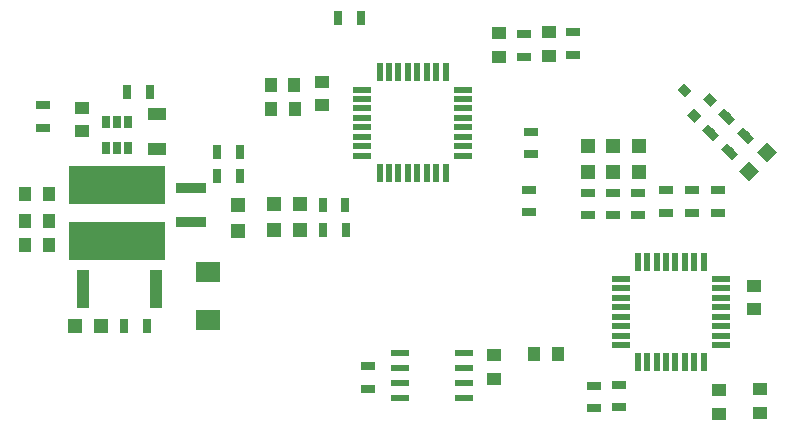
<source format=gtp>
G04 #@! TF.GenerationSoftware,KiCad,Pcbnew,5.0.2-bee76a0~70~ubuntu18.04.1*
G04 #@! TF.CreationDate,2019-02-11T21:35:21-05:00*
G04 #@! TF.ProjectId,dashboard_mk4_rev4,64617368-626f-4617-9264-5f6d6b345f72,6.0*
G04 #@! TF.SameCoordinates,Original*
G04 #@! TF.FileFunction,Paste,Top*
G04 #@! TF.FilePolarity,Positive*
%FSLAX46Y46*%
G04 Gerber Fmt 4.6, Leading zero omitted, Abs format (unit mm)*
G04 Created by KiCad (PCBNEW 5.0.2-bee76a0~70~ubuntu18.04.1) date Mon 11 Feb 2019 09:35:21 PM EST*
%MOMM*%
%LPD*%
G01*
G04 APERTURE LIST*
%ADD10R,1.550000X0.600000*%
%ADD11R,2.500000X0.900000*%
%ADD12R,8.200000X3.300000*%
%ADD13R,0.650000X1.060000*%
%ADD14R,1.600000X1.000000*%
%ADD15R,2.159000X1.778000*%
%ADD16R,1.000000X3.200000*%
%ADD17R,0.550000X1.600000*%
%ADD18R,1.600000X0.550000*%
%ADD19R,1.250000X1.000000*%
%ADD20R,1.000000X1.250000*%
%ADD21R,1.200000X1.200000*%
%ADD22R,0.700000X1.300000*%
%ADD23R,1.300000X0.700000*%
%ADD24C,1.200000*%
%ADD25C,0.100000*%
%ADD26C,0.800000*%
%ADD27C,0.700000*%
G04 APERTURE END LIST*
D10*
G04 #@! TO.C,U4*
X63182516Y-62727054D03*
X63182516Y-61457054D03*
X63182516Y-60187054D03*
X63182516Y-58917054D03*
X68582516Y-58917054D03*
X68582516Y-60187054D03*
X68582516Y-61457054D03*
X68582516Y-62727054D03*
G04 #@! TD*
D11*
G04 #@! TO.C,F1*
X45498594Y-44925499D03*
X45498594Y-47825499D03*
G04 #@! TD*
D12*
G04 #@! TO.C,L1*
X39192596Y-49429500D03*
X39192596Y-44729500D03*
G04 #@! TD*
D13*
G04 #@! TO.C,U2*
X39217996Y-39375499D03*
X38267996Y-39375499D03*
X40167996Y-39375499D03*
X40167996Y-41575499D03*
X39217996Y-41575499D03*
X38267996Y-41575499D03*
G04 #@! TD*
D14*
G04 #@! TO.C,C3*
X42558099Y-38658001D03*
X42558099Y-41658001D03*
G04 #@! TD*
D15*
G04 #@! TO.C,D7*
X46876094Y-52096000D03*
X46876094Y-56160000D03*
G04 #@! TD*
D16*
G04 #@! TO.C,R9*
X36283097Y-53492996D03*
X42483097Y-53492996D03*
G04 #@! TD*
D17*
G04 #@! TO.C,U1*
X83280587Y-51202853D03*
X84080587Y-51202853D03*
X84880587Y-51202853D03*
X85680587Y-51202853D03*
X86480587Y-51202853D03*
X87280587Y-51202853D03*
X88080587Y-51202853D03*
X88880587Y-51202853D03*
D18*
X90330587Y-52652853D03*
X90330587Y-53452853D03*
X90330587Y-54252853D03*
X90330587Y-55052853D03*
X90330587Y-55852853D03*
X90330587Y-56652853D03*
X90330587Y-57452853D03*
X90330587Y-58252853D03*
D17*
X88880587Y-59702853D03*
X88080587Y-59702853D03*
X87280587Y-59702853D03*
X86480587Y-59702853D03*
X85680587Y-59702853D03*
X84880587Y-59702853D03*
X84080587Y-59702853D03*
X83280587Y-59702853D03*
D18*
X81830587Y-58252853D03*
X81830587Y-57452853D03*
X81830587Y-56652853D03*
X81830587Y-55852853D03*
X81830587Y-55052853D03*
X81830587Y-54252853D03*
X81830587Y-53452853D03*
X81830587Y-52652853D03*
G04 #@! TD*
D17*
G04 #@! TO.C,U3*
X61423449Y-35167941D03*
X62223449Y-35167941D03*
X63023449Y-35167941D03*
X63823449Y-35167941D03*
X64623449Y-35167941D03*
X65423449Y-35167941D03*
X66223449Y-35167941D03*
X67023449Y-35167941D03*
D18*
X68473449Y-36617941D03*
X68473449Y-37417941D03*
X68473449Y-38217941D03*
X68473449Y-39017941D03*
X68473449Y-39817941D03*
X68473449Y-40617941D03*
X68473449Y-41417941D03*
X68473449Y-42217941D03*
D17*
X67023449Y-43667941D03*
X66223449Y-43667941D03*
X65423449Y-43667941D03*
X64623449Y-43667941D03*
X63823449Y-43667941D03*
X63023449Y-43667941D03*
X62223449Y-43667941D03*
X61423449Y-43667941D03*
D18*
X59973449Y-42217941D03*
X59973449Y-41417941D03*
X59973449Y-40617941D03*
X59973449Y-39817941D03*
X59973449Y-39017941D03*
X59973449Y-38217941D03*
X59973449Y-37417941D03*
X59973449Y-36617941D03*
G04 #@! TD*
D19*
G04 #@! TO.C,C5*
X36208101Y-38141998D03*
X36208101Y-40141998D03*
G04 #@! TD*
D20*
G04 #@! TO.C,C11*
X33398096Y-47777998D03*
X31398096Y-47777998D03*
G04 #@! TD*
G04 #@! TO.C,C12*
X33398098Y-45491998D03*
X31398098Y-45491998D03*
G04 #@! TD*
D21*
G04 #@! TO.C,D2*
X37816098Y-56667999D03*
X35616098Y-56667999D03*
G04 #@! TD*
D22*
G04 #@! TO.C,R2*
X47704098Y-43968002D03*
X49604098Y-43968002D03*
G04 #@! TD*
G04 #@! TO.C,R3*
X47704096Y-41935997D03*
X49604096Y-41935997D03*
G04 #@! TD*
G04 #@! TO.C,R12*
X41730096Y-56668001D03*
X39830096Y-56668001D03*
G04 #@! TD*
D20*
G04 #@! TO.C,C7*
X33398099Y-49810000D03*
X31398099Y-49810000D03*
G04 #@! TD*
D21*
G04 #@! TO.C,D1*
X49416095Y-46423996D03*
X49416095Y-48623996D03*
G04 #@! TD*
D22*
G04 #@! TO.C,R4*
X40084095Y-36856001D03*
X41984095Y-36856001D03*
G04 #@! TD*
D23*
G04 #@! TO.C,R5*
X32906094Y-37938001D03*
X32906094Y-39838001D03*
G04 #@! TD*
D20*
G04 #@! TO.C,C1*
X76516290Y-59049601D03*
X74516290Y-59049601D03*
G04 #@! TD*
D19*
G04 #@! TO.C,C2*
X93091000Y-53229000D03*
X93091000Y-55229000D03*
G04 #@! TD*
G04 #@! TO.C,C4*
X56515000Y-35957000D03*
X56515000Y-37957000D03*
G04 #@! TD*
G04 #@! TO.C,C6*
X71558506Y-31872235D03*
X71558506Y-33872235D03*
G04 #@! TD*
G04 #@! TO.C,C8*
X75742134Y-33780441D03*
X75742134Y-31780441D03*
G04 #@! TD*
D20*
G04 #@! TO.C,C9*
X52241560Y-38292618D03*
X54241560Y-38292618D03*
G04 #@! TD*
G04 #@! TO.C,C10*
X52213000Y-36195000D03*
X54213000Y-36195000D03*
G04 #@! TD*
D19*
G04 #@! TO.C,C13*
X90145154Y-64079336D03*
X90145154Y-62079336D03*
G04 #@! TD*
G04 #@! TO.C,C14*
X93599000Y-61992000D03*
X93599000Y-63992000D03*
G04 #@! TD*
G04 #@! TO.C,C15*
X71079359Y-61110855D03*
X71079359Y-59110855D03*
G04 #@! TD*
D21*
G04 #@! TO.C,PB1*
X52452078Y-46307081D03*
X54652076Y-46307081D03*
G04 #@! TD*
G04 #@! TO.C,PB0*
X54652078Y-48476713D03*
X52452080Y-48476713D03*
G04 #@! TD*
G04 #@! TO.C,PB5*
X83395121Y-41418848D03*
X83395121Y-43618846D03*
G04 #@! TD*
G04 #@! TO.C,PB6*
X81189571Y-43579331D03*
X81189571Y-41379333D03*
G04 #@! TD*
G04 #@! TO.C,PB7*
X79100762Y-41381131D03*
X79100762Y-43581129D03*
G04 #@! TD*
D23*
G04 #@! TO.C,R1*
X79598713Y-63584576D03*
X79598713Y-61684578D03*
G04 #@! TD*
G04 #@! TO.C,R6*
X81689315Y-61641474D03*
X81689315Y-63541472D03*
G04 #@! TD*
G04 #@! TO.C,R7*
X74207791Y-42092038D03*
X74207791Y-40192038D03*
G04 #@! TD*
D22*
G04 #@! TO.C,R8*
X58537803Y-46384313D03*
X56637805Y-46384313D03*
G04 #@! TD*
D23*
G04 #@! TO.C,R10*
X90113286Y-47045033D03*
X90113286Y-45145035D03*
G04 #@! TD*
D22*
G04 #@! TO.C,R11*
X56648582Y-48492878D03*
X58548580Y-48492878D03*
G04 #@! TD*
D23*
G04 #@! TO.C,R13*
X87896959Y-47048623D03*
X87896959Y-45148625D03*
G04 #@! TD*
G04 #@! TO.C,R14*
X83339582Y-45366983D03*
X83339582Y-47266981D03*
G04 #@! TD*
G04 #@! TO.C,R15*
X81198434Y-47279219D03*
X81198434Y-45379221D03*
G04 #@! TD*
G04 #@! TO.C,R16*
X79090128Y-47256205D03*
X79090128Y-45356207D03*
G04 #@! TD*
G04 #@! TO.C,R17*
X73645516Y-33833010D03*
X73645516Y-31933012D03*
G04 #@! TD*
G04 #@! TO.C,R18*
X77815948Y-31771368D03*
X77815948Y-33671366D03*
G04 #@! TD*
G04 #@! TO.C,R19*
X85669855Y-45141443D03*
X85669855Y-47041441D03*
G04 #@! TD*
D22*
G04 #@! TO.C,R20*
X57949650Y-30550801D03*
X59849648Y-30550801D03*
G04 #@! TD*
D23*
G04 #@! TO.C,R21*
X74093891Y-47004959D03*
X74093891Y-45104961D03*
G04 #@! TD*
G04 #@! TO.C,R22*
X60439297Y-61967632D03*
X60439297Y-60067634D03*
G04 #@! TD*
D24*
G04 #@! TO.C,D9*
X92681419Y-43488109D03*
D25*
G36*
X92681419Y-44336637D02*
X91832891Y-43488109D01*
X92681419Y-42639581D01*
X93529947Y-43488109D01*
X92681419Y-44336637D01*
X92681419Y-44336637D01*
G37*
D24*
X94237053Y-41932475D03*
D25*
G36*
X94237053Y-42781003D02*
X93388525Y-41932475D01*
X94237053Y-41083947D01*
X95085581Y-41932475D01*
X94237053Y-42781003D01*
X94237053Y-42781003D01*
G37*
G04 #@! TD*
D26*
G04 #@! TO.C,Q1*
X88051991Y-38826155D03*
D25*
G36*
X88653032Y-38861510D02*
X88087346Y-39427196D01*
X87450950Y-38790800D01*
X88016636Y-38225114D01*
X88653032Y-38861510D01*
X88653032Y-38861510D01*
G37*
D26*
X89395494Y-37482652D03*
D25*
G36*
X89996535Y-37518007D02*
X89430849Y-38083693D01*
X88794453Y-37447297D01*
X89360139Y-36881611D01*
X89996535Y-37518007D01*
X89996535Y-37518007D01*
G37*
D26*
X87238818Y-36669479D03*
D25*
G36*
X87839859Y-36704834D02*
X87274173Y-37270520D01*
X86637777Y-36634124D01*
X87203463Y-36068438D01*
X87839859Y-36704834D01*
X87839859Y-36704834D01*
G37*
G04 #@! TD*
D27*
G04 #@! TO.C,R23*
X91081236Y-41855400D03*
D25*
G36*
X91293368Y-42562507D02*
X90374129Y-41643268D01*
X90869104Y-41148293D01*
X91788343Y-42067532D01*
X91293368Y-42562507D01*
X91293368Y-42562507D01*
G37*
D27*
X92424738Y-40511898D03*
D25*
G36*
X92636870Y-41219005D02*
X91717631Y-40299766D01*
X92212606Y-39804791D01*
X93131845Y-40724030D01*
X92636870Y-41219005D01*
X92636870Y-41219005D01*
G37*
G04 #@! TD*
D27*
G04 #@! TO.C,R24*
X90808292Y-38895452D03*
D25*
G36*
X91020424Y-39602559D02*
X90101185Y-38683320D01*
X90596160Y-38188345D01*
X91515399Y-39107584D01*
X91020424Y-39602559D01*
X91020424Y-39602559D01*
G37*
D27*
X89464790Y-40238954D03*
D25*
G36*
X89676922Y-40946061D02*
X88757683Y-40026822D01*
X89252658Y-39531847D01*
X90171897Y-40451086D01*
X89676922Y-40946061D01*
X89676922Y-40946061D01*
G37*
G04 #@! TD*
M02*

</source>
